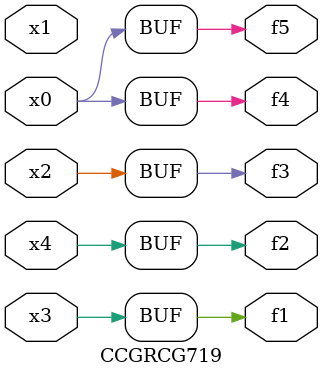
<source format=v>
module CCGRCG719(
	input x0, x1, x2, x3, x4,
	output f1, f2, f3, f4, f5
);
	assign f1 = x3;
	assign f2 = x4;
	assign f3 = x2;
	assign f4 = x0;
	assign f5 = x0;
endmodule

</source>
